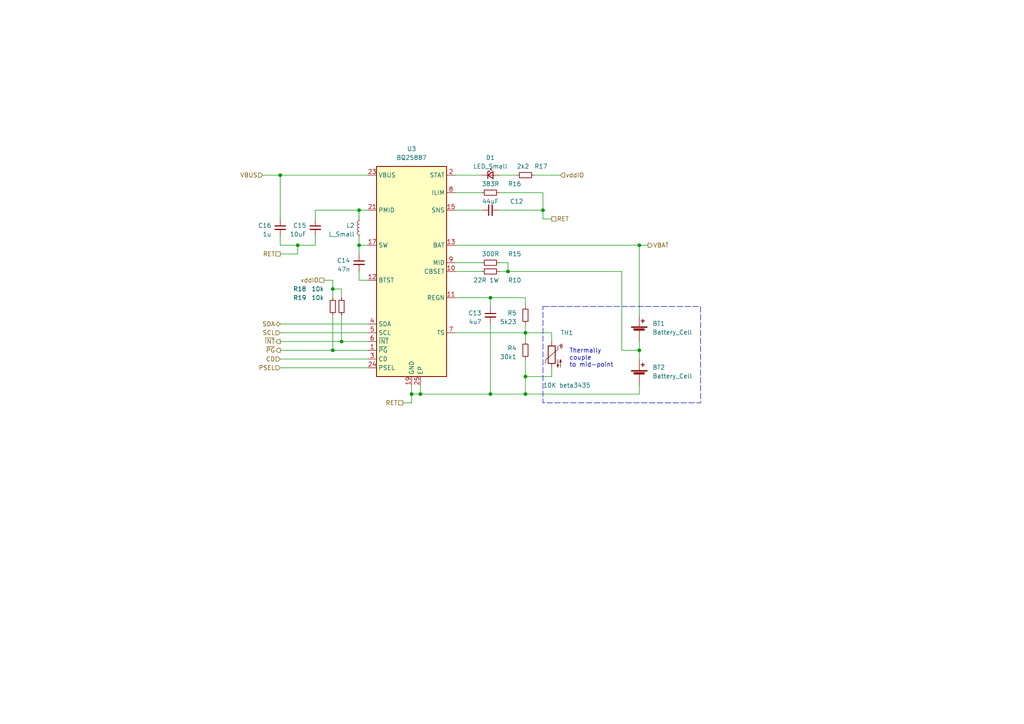
<source format=kicad_sch>
(kicad_sch (version 20230121) (generator eeschema)
  (paper "A4")
  (lib_symbols
    (symbol "Battery_Management:BQ25887"
      (property "Reference" "U" (at 0 35.56 0))
      (property "Value" "BQ25887" (at 0 33.02 0))
      (symbol "BQ25887_0_1"
        (rectangle (start -10.16 30.48) (end 10.16 -30.48) (stroke (width 0.254)) (fill (type background)))
      )
      (symbol "BQ25887_1_1"
        (pin open_collector line (at -12.7 -22.86 0) (length 2.54) (name "~{PG}") (number "1"))
        (pin power_in line (at 12.7 0 180) (length 2.54) (name "CBSET") (number "10"))
        (pin power_in line (at 12.7 -7.62 180) (length 2.54) (name "REGN") (number "11"))
        (pin power_in line (at -12.7 -2.54 0) (length 2.54) (name "BTST") (number "12"))
        (pin power_out line (at 12.7 7.62 180) (length 2.54) (name "BAT") (number "13"))
        (pin passive line (at 12.7 7.62 180) (length 2.54) hide (name "BAT") (number "14"))
        (pin output line (at 12.7 17.78 180) (length 2.54) (name "SNS") (number "15"))
        (pin passive line (at 12.7 17.78 180) (length 2.54) hide (name "SNS") (number "16"))
        (pin power_in line (at -12.7 7.62 0) (length 2.54) (name "SW") (number "17"))
        (pin passive line (at -12.7 7.62 0) (length 2.54) hide (name "SW") (number "18"))
        (pin power_in line (at 0 -33.02 90) (length 2.54) (name "GND") (number "19"))
        (pin open_collector line (at 12.7 27.94 180) (length 2.54) (name "STAT") (number "2"))
        (pin passive line (at 0 -33.02 90) (length 2.54) hide (name "GND") (number "20"))
        (pin power_in line (at -12.7 17.78 0) (length 2.54) (name "PMID") (number "21"))
        (pin passive line (at -12.7 17.78 0) (length 2.54) hide (name "PMID") (number "22"))
        (pin power_in line (at -12.7 27.94 0) (length 2.54) (name "VBUS") (number "23"))
        (pin input line (at -12.7 -27.94 0) (length 2.54) (name "PSEL") (number "24"))
        (pin passive line (at 2.54 -33.02 90) (length 2.54) (name "EP") (number "25"))
        (pin input line (at -12.7 -25.4 0) (length 2.54) (name "CD") (number "3"))
        (pin bidirectional line (at -12.7 -15.24 0) (length 2.54) (name "SDA") (number "4"))
        (pin input line (at -12.7 -17.78 0) (length 2.54) (name "SCL") (number "5"))
        (pin open_collector line (at -12.7 -20.32 0) (length 2.54) (name "~{INT}") (number "6"))
        (pin input line (at 12.7 -17.78 180) (length 2.54) (name "TS") (number "7"))
        (pin input line (at 12.7 22.86 180) (length 2.54) (name "ILIM") (number "8"))
        (pin input line (at 12.7 2.54 180) (length 2.54) (name "MID") (number "9"))
      )
    )
    (symbol "Device:Battery_Cell" (pin_numbers hide) (pin_names (offset 0) hide)
      (property "Reference" "BT" (at 2.54 2.54 0))
      (property "Value" "Battery_Cell" (at 2.54 0 0))
      (symbol "Battery_Cell_0_1"
        (rectangle (start -2.286 1.778) (end 2.286 1.524) (fill (type outline)))
        (rectangle (start -1.5748 1.1938) (end 1.4732 0.6858) (fill (type outline)))
        (polyline (pts (xy 0 0.762) (xy 0 0)))
        (polyline (pts (xy 0 1.778) (xy 0 2.54)))
        (polyline (pts (xy 0.508 3.429) (xy 1.524 3.429)) (stroke (width 0.254)))
        (polyline (pts (xy 1.016 3.937) (xy 1.016 2.921)) (stroke (width 0.254)))
      )
      (symbol "Battery_Cell_1_1"
        (pin passive line (at 0 5.08 270) (length 2.54) (name "+") (number "1"))
        (pin passive line (at 0 -2.54 90) (length 2.54) (name "-") (number "2"))
      )
    )
    (symbol "Device:C_Small" (pin_numbers hide) (pin_names (offset 0.254) hide)
      (property "Reference" "C" (at 0.254 1.778 0))
      (property "Value" "C_Small" (at 0.254 -2.032 0))
      (symbol "C_Small_0_1"
        (polyline (pts (xy -1.524 -0.508) (xy 1.524 -0.508)) (stroke (width 0.3302)))
        (polyline (pts (xy -1.524 0.508) (xy 1.524 0.508)) (stroke (width 0.3048)))
      )
      (symbol "C_Small_1_1"
        (pin passive line (at 0 2.54 270) (length 2.032) (name "~") (number "1"))
        (pin passive line (at 0 -2.54 90) (length 2.032) (name "~") (number "2"))
      )
    )
    (symbol "Device:LED_Small" (pin_numbers hide) (pin_names (offset 0.254) hide)
      (property "Reference" "D" (at -1.27 3.175 0))
      (property "Value" "LED_Small" (at -4.445 -2.54 0))
      (symbol "LED_Small_0_1"
        (polyline (pts (xy -0.762 -1.016) (xy -0.762 1.016)) (stroke (width 0.254)))
        (polyline (pts (xy 1.016 0) (xy -0.762 0)))
        (polyline (pts (xy 0.762 -1.016) (xy -0.762 0) (xy 0.762 1.016) (xy 0.762 -1.016)) (stroke (width 0.254)))
        (polyline (pts (xy 0 0.762) (xy -0.508 1.27) (xy -0.254 1.27) (xy -0.508 1.27) (xy -0.508 1.016)))
        (polyline (pts (xy 0.508 1.27) (xy 0 1.778) (xy 0.254 1.778) (xy 0 1.778) (xy 0 1.524)))
      )
      (symbol "LED_Small_1_1"
        (pin passive line (at -2.54 0 0) (length 1.778) (name "K") (number "1"))
        (pin passive line (at 2.54 0 180) (length 1.778) (name "A") (number "2"))
      )
    )
    (symbol "Device:L_Small" (pin_numbers hide) (pin_names (offset 0.254) hide)
      (property "Reference" "L" (at 0.762 1.016 0))
      (property "Value" "L_Small" (at 0.762 -1.016 0))
      (symbol "L_Small_0_1"
        (arc (start 0 -2.032) (mid 0.5058 -1.524) (end 0 -1.016))
        (arc (start 0 -1.016) (mid 0.5058 -0.508) (end 0 0))
        (arc (start 0 0) (mid 0.5058 0.508) (end 0 1.016))
        (arc (start 0 1.016) (mid 0.5058 1.524) (end 0 2.032))
      )
      (symbol "L_Small_1_1"
        (pin passive line (at 0 2.54 270) (length 0.508) (name "~") (number "1"))
        (pin passive line (at 0 -2.54 90) (length 0.508) (name "~") (number "2"))
      )
    )
    (symbol "Device:R_Small" (pin_numbers hide) (pin_names (offset 0.254) hide)
      (property "Reference" "R" (at 0.762 0.508 0))
      (property "Value" "R_Small" (at 0.762 -1.016 0))
      (symbol "R_Small_0_1"
        (rectangle (start -0.762 1.778) (end 0.762 -1.778) (stroke (width 0.2032)))
      )
      (symbol "R_Small_1_1"
        (pin passive line (at 0 2.54 270) (length 0.762) (name "~") (number "1"))
        (pin passive line (at 0 -2.54 90) (length 0.762) (name "~") (number "2"))
      )
    )
    (symbol "Device:Thermistor_NTC" (pin_numbers hide) (pin_names (offset 0))
      (property "Reference" "TH" (at -4.445 0 90))
      (property "Value" "Thermistor_NTC" (at 3.175 0 90))
      (symbol "Thermistor_NTC_0_1"
        (arc (start -3.048 2.159) (mid -3.0495 2.3143) (end -3.175 2.413))
        (arc (start -3.048 2.159) (mid -2.9736 1.9794) (end -2.794 1.905))
        (arc (start -3.048 2.794) (mid -2.9736 2.6144) (end -2.794 2.54))
        (arc (start -2.794 1.905) (mid -2.6144 1.9794) (end -2.54 2.159))
        (arc (start -2.794 2.54) (mid -2.4393 2.5587) (end -2.159 2.794))
        (arc (start -2.794 3.048) (mid -2.9736 2.9736) (end -3.048 2.794))
        (arc (start -2.54 2.794) (mid -2.6144 2.9736) (end -2.794 3.048))
        (rectangle (start -1.016 2.54) (end 1.016 -2.54) (stroke (width 0.254)))
        (polyline (pts (xy -2.54 2.159) (xy -2.54 2.794)))
        (polyline (pts (xy -1.778 2.54) (xy -1.778 1.524) (xy 1.778 -1.524) (xy 1.778 -2.54)))
        (polyline (pts (xy -2.54 -3.683) (xy -2.54 -1.397) (xy -2.794 -2.159) (xy -2.286 -2.159) (xy -2.54 -1.397) (xy -2.54 -1.651)) (fill (type outline)))
        (polyline (pts (xy -1.778 -1.397) (xy -1.778 -3.683) (xy -2.032 -2.921) (xy -1.524 -2.921) (xy -1.778 -3.683) (xy -1.778 -3.429)) (fill (type outline)))
      )
      (symbol "Thermistor_NTC_1_1"
        (pin passive line (at 0 3.81 270) (length 1.27) (name "~") (number "1"))
        (pin passive line (at 0 -3.81 90) (length 1.27) (name "~") (number "2"))
      )
    )
  )
  (junction (at 96.52 83.82))
  (junction (at 157.48 60.96))
  (junction (at 86.36 71.12))
  (junction (at 99.06 99.06))
  (junction (at 119.38 114.3))
  (junction (at 185.42 71.12))
  (junction (at 152.4 114.3))
  (junction (at 142.24 86.36))
  (junction (at 142.24 114.3))
  (junction (at 147.32 78.74))
  (junction (at 185.42 101.6))
  (junction (at 152.4 96.52))
  (junction (at 121.92 114.3))
  (junction (at 104.14 60.96))
  (junction (at 96.52 101.6))
  (junction (at 104.14 71.12))
  (junction (at 152.4 109.22))
  (junction (at 81.28 50.8))
  (wire (pts (xy 116.84 116.84) (xy 119.38 116.84)))
  (wire (pts (xy 81.28 106.68) (xy 106.68 106.68)))
  (wire (pts (xy 96.52 83.82) (xy 99.06 83.82)))
  (wire (pts (xy 152.4 109.22) (xy 160.02 109.22)))
  (wire (pts (xy 104.14 71.12) (xy 106.68 71.12)))
  (wire (pts (xy 96.52 81.28) (xy 96.52 83.82)))
  (wire (pts (xy 104.14 60.96) (xy 106.68 60.96)))
  (wire (pts (xy 91.44 71.12) (xy 86.36 71.12)))
  (wire (pts (xy 147.32 78.74) (xy 180.34 78.74)))
  (wire (pts (xy 152.4 88.9) (xy 152.4 86.36)))
  (wire (pts (xy 132.08 71.12) (xy 185.42 71.12)))
  (wire (pts (xy 96.52 101.6) (xy 106.68 101.6)))
  (wire (pts (xy 154.94 50.8) (xy 162.56 50.8)))
  (wire (pts (xy 119.38 114.3) (xy 121.92 114.3)))
  (wire (pts (xy 99.06 99.06) (xy 106.68 99.06)))
  (wire (pts (xy 185.42 101.6) (xy 185.42 104.14)))
  (wire (pts (xy 185.42 101.6) (xy 180.34 101.6)))
  (wire (pts (xy 144.78 60.96) (xy 157.48 60.96)))
  (wire (pts (xy 91.44 63.5) (xy 91.44 60.96)))
  (wire (pts (xy 185.42 71.12) (xy 185.42 91.44)))
  (wire (pts (xy 160.02 96.52) (xy 160.02 99.06)))
  (wire (pts (xy 81.28 73.66) (xy 86.36 73.66)))
  (wire (pts (xy 152.4 96.52) (xy 160.02 96.52)))
  (wire (pts (xy 185.42 111.76) (xy 185.42 114.3)))
  (wire (pts (xy 132.08 78.74) (xy 139.7 78.74)))
  (wire (pts (xy 152.4 93.98) (xy 152.4 96.52)))
  (wire (pts (xy 132.08 96.52) (xy 152.4 96.52)))
  (wire (pts (xy 91.44 60.96) (xy 104.14 60.96)))
  (wire (pts (xy 152.4 99.06) (xy 152.4 96.52)))
  (wire (pts (xy 81.28 63.5) (xy 81.28 50.8)))
  (wire (pts (xy 81.28 71.12) (xy 81.28 68.58)))
  (wire (pts (xy 81.28 93.98) (xy 106.68 93.98)))
  (wire (pts (xy 185.42 99.06) (xy 185.42 101.6)))
  (wire (pts (xy 160.02 109.22) (xy 160.02 106.68)))
  (wire (pts (xy 119.38 114.3) (xy 119.38 116.84)))
  (wire (pts (xy 91.44 68.58) (xy 91.44 71.12)))
  (wire (pts (xy 96.52 91.44) (xy 96.52 101.6)))
  (wire (pts (xy 157.48 60.96) (xy 157.48 55.88)))
  (wire (pts (xy 86.36 73.66) (xy 86.36 71.12)))
  (wire (pts (xy 152.4 109.22) (xy 152.4 114.3)))
  (wire (pts (xy 142.24 114.3) (xy 152.4 114.3)))
  (wire (pts (xy 142.24 93.98) (xy 142.24 114.3)))
  (wire (pts (xy 132.08 76.2) (xy 139.7 76.2)))
  (wire (pts (xy 104.14 78.74) (xy 104.14 81.28)))
  (wire (pts (xy 144.78 50.8) (xy 149.86 50.8)))
  (wire (pts (xy 132.08 86.36) (xy 142.24 86.36)))
  (wire (pts (xy 119.38 111.76) (xy 119.38 114.3)))
  (wire (pts (xy 86.36 71.12) (xy 81.28 71.12)))
  (wire (pts (xy 185.42 71.12) (xy 187.96 71.12)))
  (wire (pts (xy 144.78 55.88) (xy 157.48 55.88)))
  (wire (pts (xy 99.06 83.82) (xy 99.06 86.36)))
  (wire (pts (xy 104.14 68.58) (xy 104.14 71.12)))
  (wire (pts (xy 104.14 73.66) (xy 104.14 71.12)))
  (wire (pts (xy 99.06 91.44) (xy 99.06 99.06)))
  (wire (pts (xy 144.78 76.2) (xy 147.32 76.2)))
  (wire (pts (xy 81.28 104.14) (xy 106.68 104.14)))
  (wire (pts (xy 142.24 86.36) (xy 152.4 86.36)))
  (wire (pts (xy 132.08 55.88) (xy 139.7 55.88)))
  (wire (pts (xy 104.14 63.5) (xy 104.14 60.96)))
  (wire (pts (xy 96.52 86.36) (xy 96.52 83.82)))
  (wire (pts (xy 76.2 50.8) (xy 81.28 50.8)))
  (wire (pts (xy 144.78 78.74) (xy 147.32 78.74)))
  (wire (pts (xy 147.32 76.2) (xy 147.32 78.74)))
  (wire (pts (xy 132.08 50.8) (xy 139.7 50.8)))
  (wire (pts (xy 142.24 86.36) (xy 142.24 88.9)))
  (wire (pts (xy 121.92 111.76) (xy 121.92 114.3)))
  (wire (pts (xy 93.98 81.28) (xy 96.52 81.28)))
  (wire (pts (xy 81.28 101.6) (xy 96.52 101.6)))
  (wire (pts (xy 132.08 60.96) (xy 139.7 60.96)))
  (wire (pts (xy 81.28 99.06) (xy 99.06 99.06)))
  (wire (pts (xy 157.48 63.5) (xy 160.02 63.5)))
  (wire (pts (xy 180.34 101.6) (xy 180.34 78.74)))
  (wire (pts (xy 185.42 114.3) (xy 152.4 114.3)))
  (wire (pts (xy 104.14 81.28) (xy 106.68 81.28)))
  (wire (pts (xy 81.28 50.8) (xy 106.68 50.8)))
  (wire (pts (xy 152.4 104.14) (xy 152.4 109.22)))
  (wire (pts (xy 157.48 63.5) (xy 157.48 60.96)))
  (wire (pts (xy 121.92 114.3) (xy 142.24 114.3)))
  (wire (pts (xy 81.28 96.52) (xy 106.68 96.52)))
  (rectangle (start 157.48 88.9) (end 203.2 116.84) (stroke (width 0) (type dash)))
  (text "Thermally\ncouple \nto mid-point\n" (at 165.1 106.68 0) (effects (font (size 1.27 1.27)) (justify left bottom)))
  (hierarchical_label "~{INT}" (shape output) (at 81.28 99.06 180))
  (hierarchical_label "SDA" (shape bidirectional) (at 81.28 93.98 180))
  (hierarchical_label "RET" (shape passive) (at 160.02 63.5 0))
  (hierarchical_label "~{PG}" (shape output) (at 81.28 101.6 180))
  (hierarchical_label "RET" (shape passive) (at 81.28 73.66 180))
  (hierarchical_label "vddIO" (shape input) (at 162.56 50.8 0))
  (hierarchical_label "CD" (shape input) (at 81.28 104.14 180))
  (hierarchical_label "vddIO" (shape passive) (at 93.98 81.28 180))
  (hierarchical_label "PSEL" (shape input) (at 81.28 106.68 180))
  (hierarchical_label "VBUS" (shape input) (at 76.2 50.8 180))
  (hierarchical_label "SCL" (shape input) (at 81.28 96.52 180))
  (hierarchical_label "VBAT" (shape output) (at 187.96 71.12 0))
  (hierarchical_label "RET" (shape passive) (at 116.84 116.84 180))
  (symbol (lib_id "Device:R_Small") (at 96.52 88.9 0) (unit 1)
    (property "Reference" "R18" (at 88.9 83.82 0) (effects (justify right)))
    (property "Value" "10k" (at 93.98 83.82 0) (effects (justify right)))
    (property "Footprint" "Resistor_SMD:R_0402_1005Metric" (effects hide))
  )
  (symbol (lib_id "Device:R_Small") (at 152.4 50.8 90) (unit 1)
    (property "Reference" "R17" (at 154.94 48.26 90) (effects (justify right)))
    (property "Value" "2k2" (at 149.86 48.26 90) (effects (justify right)))
    (property "Footprint" "Resistor_SMD:R_0402_1005Metric" (effects hide))
  )
  (symbol (lib_id "Device:C_Small") (at 142.24 91.44 0) (unit 1)
    (property "Reference" "C13" (at 139.7 90.8113 0) (effects (justify right)))
    (property "Value" "4u7" (at 139.7 93.3513 0) (effects (justify right)))
    (property "Footprint" "Capacitor_SMD:C_0603_1608Metric" (effects hide))
  )
  (symbol (lib_id "Device:C_Small") (at 104.14 76.2 0) (unit 1)
    (property "Reference" "C14" (at 101.6 75.5713 0) (effects (justify right)))
    (property "Value" "47n" (at 101.6 78.1113 0) (effects (justify right)))
    (property "Footprint" "Capacitor_SMD:C_0402_1005Metric" (effects hide))
  )
  (symbol (lib_id "Device:C_Small") (at 142.24 60.96 90) (unit 1)
    (property "Reference" "C12" (at 149.86 58.42 90))
    (property "Value" "44uF" (at 142.24 58.42 90))
    (property "Footprint" "Capacitor_SMD:C_1210_3225Metric" (effects hide))
  )
  (symbol (lib_id "Device:Thermistor_NTC") (at 160.02 102.87 0) (mirror y) (unit 1)
    (property "Reference" "TH1" (at 162.56 96.52 0) (effects (justify right)))
    (property "Value" "10K beta3435" (at 157.48 111.76 0) (effects (justify right)))
    (property "Footprint" "Resistor_SMD:R_0402_1005Metric" (effects hide))
    (property "MPN" "TX04F103F3435ER" (effects hide))
  )
  (symbol (lib_id "Device:R_Small") (at 142.24 76.2 90) (unit 1)
    (property "Reference" "R15" (at 147.32 73.66 90) (effects (justify right)))
    (property "Value" "300R" (at 139.7 73.66 90) (effects (justify right)))
    (property "Footprint" "Resistor_SMD:R_0603_1608Metric" (effects hide))
  )
  (symbol (lib_id "Device:LED_Small") (at 142.24 50.8 0) (unit 1)
    (property "Reference" "D1" (at 142.24 45.72 0))
    (property "Value" "LED_Small" (at 142.24 48.26 0))
    (property "Footprint" "LED_SMD:LED_0603_1608Metric" (effects hide))
  )
  (symbol (lib_id "Device:C_Small") (at 81.28 66.04 0) (unit 1)
    (property "Reference" "C16" (at 78.74 65.4113 0) (effects (justify right)))
    (property "Value" "1u" (at 78.74 67.9513 0) (effects (justify right)))
    (property "Footprint" "Capacitor_SMD:C_0402_1005Metric" (effects hide))
  )
  (symbol (lib_id "Device:R_Small") (at 142.24 55.88 90) (unit 1)
    (property "Reference" "R16" (at 147.32 53.34 90) (effects (justify right)))
    (property "Value" "383R" (at 139.7 53.34 90) (effects (justify right)))
    (property "Footprint" "Resistor_SMD:R_0402_1005Metric" (effects hide))
  )
  (symbol (lib_id "Device:R_Small") (at 152.4 101.6 0) (unit 1)
    (property "Reference" "R4" (at 149.86 100.965 0) (effects (justify right)))
    (property "Value" "30k1" (at 149.86 103.505 0) (effects (justify right)))
    (property "Footprint" "Resistor_SMD:R_0402_1005Metric" (effects hide))
  )
  (symbol (lib_id "Device:R_Small") (at 152.4 91.44 0) (unit 1)
    (property "Reference" "R5" (at 149.86 90.805 0) (effects (justify right)))
    (property "Value" "5k23" (at 149.86 93.345 0) (effects (justify right)))
    (property "Footprint" "Resistor_SMD:R_0402_1005Metric" (effects hide))
  )
  (symbol (lib_id "Device:R_Small") (at 142.24 78.74 270) (unit 1)
    (property "Reference" "R10" (at 147.32 81.28 90) (effects (justify left)))
    (property "Value" "22R 1W" (at 144.78 81.28 90) (effects (justify right)))
    (property "Footprint" "Resistor_SMD:R_1210_3225Metric" (effects hide))
  )
  (symbol (lib_id "Device:C_Small") (at 91.44 66.04 0) (unit 1)
    (property "Reference" "C15" (at 88.9 65.4113 0) (effects (justify right)))
    (property "Value" "10uF" (at 88.9 67.9513 0) (effects (justify right)))
    (property "Footprint" "Capacitor_SMD:C_0805_2012Metric" (effects hide))
  )
  (symbol (lib_id "Battery_Management:BQ25887") (at 119.38 78.74 0) (unit 1)
    (property "Reference" "U3" (at 119.38 43.18 0))
    (property "Value" "BQ25887" (at 119.38 45.72 0))
    (property "Footprint" "Package_DFN_QFN:QFN-24-1EP_4x4mm_P0.5mm_EP2.7x2.7mm" (effects hide))
    (property "Datasheet" "https://www.ti.com/lit/ds/symlink/bq25887.pdf" (effects hide))
  )
  (symbol (lib_id "Device:Battery_Cell") (at 185.42 96.52 0) (unit 1)
    (property "Reference" "BT1" (at 189.23 93.853 0) (effects (justify left)))
    (property "Value" "Battery_Cell" (at 189.23 96.393 0) (effects (justify left)))
    (property "Footprint" "Battery:BatteryHolder_Keystone_1042_1x18650" (effects hide))
  )
  (symbol (lib_id "Device:R_Small") (at 99.06 88.9 0) (unit 1)
    (property "Reference" "R19" (at 88.9 86.36 0) (effects (justify right)))
    (property "Value" "10k" (at 93.98 86.36 0) (effects (justify right)))
    (property "Footprint" "Resistor_SMD:R_0402_1005Metric" (effects hide))
  )
  (symbol (lib_id "Device:Battery_Cell") (at 185.42 109.22 0) (unit 1)
    (property "Reference" "BT2" (at 189.23 106.553 0) (effects (justify left)))
    (property "Value" "Battery_Cell" (at 189.23 109.093 0) (effects (justify left)))
    (property "Footprint" "Battery:BatteryHolder_Keystone_1042_1x18650" (effects hide))
  )
  (symbol (lib_id "Device:L_Small") (at 104.14 66.04 0) (mirror y) (unit 1)
    (property "Reference" "L2" (at 102.87 65.405 0) (effects (justify left)))
    (property "Value" "L_Small" (at 102.87 67.945 0) (effects (justify left)))
  )
)
</source>
